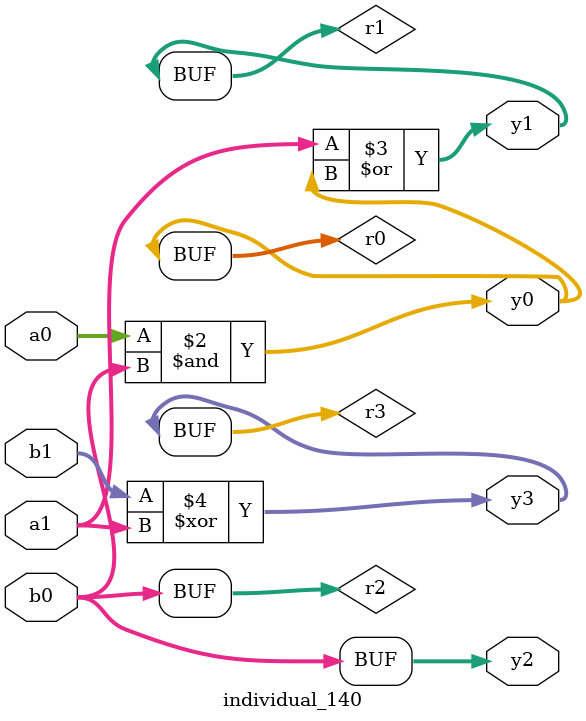
<source format=sv>
module individual_140(input logic [15:0] a1, input logic [15:0] a0, input logic [15:0] b1, input logic [15:0] b0, output logic [15:0] y3, output logic [15:0] y2, output logic [15:0] y1, output logic [15:0] y0);
logic [15:0] r0, r1, r2, r3; 
 always@(*) begin 
	 r0 = a0; r1 = a1; r2 = b0; r3 = b1; 
 	 r0  &=  r2 ;
 	 r1  |=  r0 ;
 	 r3  ^=  a1 ;
 	 y3 = r3; y2 = r2; y1 = r1; y0 = r0; 
end
endmodule
</source>
